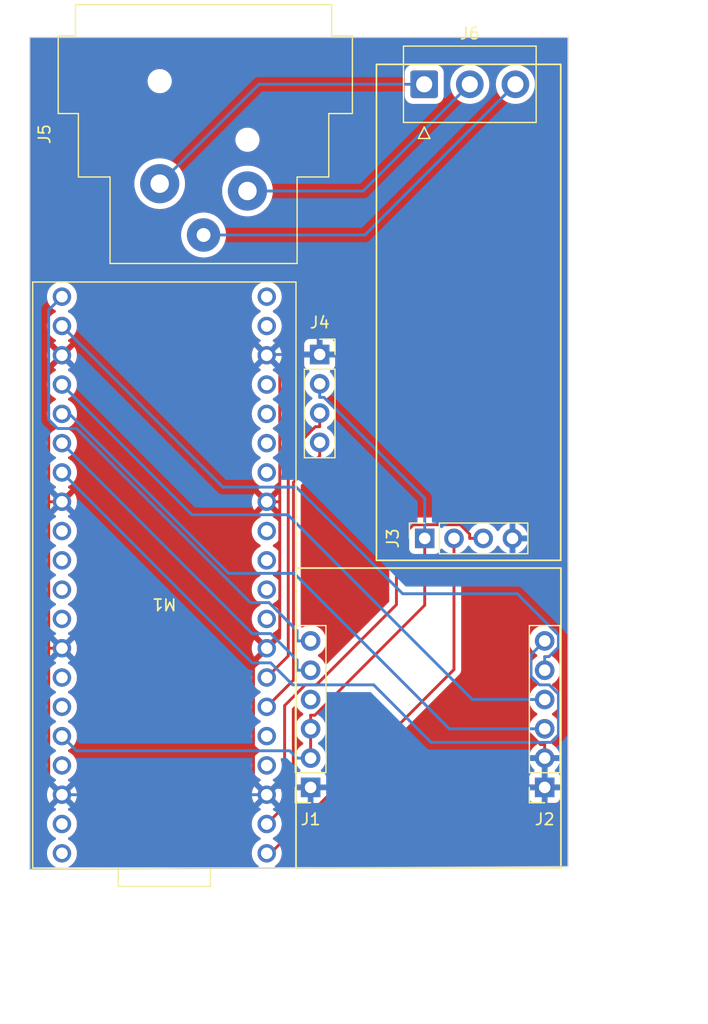
<source format=kicad_pcb>
(kicad_pcb (version 20221018) (generator pcbnew)
  (layers (0 "F.Cu" signal) (31 "B.Cu" signal) (34 "B.Paste" user) (35 "F.Paste" user) (36 "B.SilkS" user "B.Silkscreen") (37 "F.SilkS" user "F.Silkscreen") (38 "B.Mask" user) (39 "F.Mask" user) (44 "Edge.Cuts" user))
  (net 0 "")
  (net 1 "GND")
  (net 2 "+3.3V")
  (net 4 "/RST")
  (net 5 "/MISO")
  (net 6 "/MOSI")
  (net 7 "/SCK")
  (net 8 "/CS")
  (net 9 "/INT")
  (net 10 "/TXD")
  (net 11 "/RXD")
  (net 12 "/SCL")
  (net 13 "/SDA")
  (net 14 "/A+")
  (net 15 "/B-")
  (net 16 "/DMX-GND")
  (footprint "Connector_PinSocket_2.54mm:PinSocket_1x04_P2.54mm_Vertical" (layer "F.Cu") (at 120.396 111.76 90)
    (fp_text reference "J3" (at 0 -2.77 90) (layer "F.SilkS"))
    (fp_text value "DMX adapter")
    (fp_line (start -1.33 1.27) (end -1.33 8.95) (stroke (width 0.12)) (layer "F.SilkS"))
    (fp_line (start -1.33 1.27) (end 1.33 1.27) (stroke (width 0.12)) (layer "F.SilkS"))
    (fp_line (start -1.33 8.95) (end 1.33 8.95) (stroke (width 0.12)) (layer "F.SilkS"))
    (fp_line (start 0 -1.33) (end 1.33 -1.33) (stroke (width 0.12)) (layer "F.SilkS"))
    (fp_line (start 1.33 -1.33) (end 1.33 0) (stroke (width 0.12)) (layer "F.SilkS"))
    (fp_line (start 1.33 1.27) (end 1.33 8.95) (stroke (width 0.12)) (layer "F.SilkS"))
    (pad "1" thru_hole rect (at 0 0 90) (size 1.7 1.7) (drill 1) (layers "*.Cu" "*.Mask") (net 2 "+3.3V"))
    (pad "2" thru_hole oval (at 0 2.54 90) (size 1.7 1.7) (drill 1) (layers "*.Cu" "*.Mask") (net 10 "/TXD"))
    (pad "3" thru_hole oval (at 0 5.08 90) (size 1.7 1.7) (drill 1) (layers "*.Cu" "*.Mask") (net 11 "/RXD"))
    (pad "4" thru_hole oval (at 0 7.62 90) (size 1.7 1.7) (drill 1) (layers "*.Cu" "*.Mask") (net 1 "GND"))
  )
  (footprint "Connectors_Audio:Jack_XLR_Neutrik_NC3FAH_Horizontal" (layer "F.Cu") (at 97.386 81.008 90)
    (fp_text reference "J5" (at 4.3 -10 90) (layer "F.SilkS"))
    (fp_text value "DMX")
    (fp_line (start -6.92 -4.31) (end -6.92 11.93) (stroke (width 0.12)) (layer "F.SilkS"))
    (fp_line (start 0.58 -7.06) (end 0.58 -4.31) (stroke (width 0.12)) (layer "F.SilkS"))
    (fp_line (start 0.58 -4.31) (end -6.92 -4.31) (stroke (width 0.12)) (layer "F.SilkS"))
    (fp_line (start 0.58 11.93) (end -6.92 11.93) (stroke (width 0.12)) (layer "F.SilkS"))
    (fp_line (start 0.58 11.93) (end 0.58 14.68) (stroke (width 0.12)) (layer "F.SilkS"))
    (fp_line (start 6.08 -7.06) (end 0.58 -7.06) (stroke (width 0.12)) (layer "F.SilkS"))
    (fp_line (start 6.08 -7.06) (end 6.08 -8.81) (stroke (width 0.12)) (layer "F.SilkS"))
    (fp_line (start 6.08 14.68) (end 0.58 14.68) (stroke (width 0.12)) (layer "F.SilkS"))
    (fp_line (start 6.08 16.73) (end 6.08 14.68) (stroke (width 0.12)) (layer "F.SilkS"))
    (fp_line (start 12.82 -8.81) (end 6.08 -8.81) (stroke (width 0.12)) (layer "F.SilkS"))
    (fp_line (start 12.82 -8.81) (end 12.82 -7.31) (stroke (width 0.12)) (layer "F.SilkS"))
    (fp_line (start 12.82 -7.31) (end 15.52 -7.31) (stroke (width 0.12)) (layer "F.SilkS"))
    (fp_line (start 12.82 14.93) (end 12.82 16.73) (stroke (width 0.12)) (layer "F.SilkS"))
    (fp_line (start 12.82 14.93) (end 15.52 14.93) (stroke (width 0.12)) (layer "F.SilkS"))
    (fp_line (start 12.82 16.73) (end 6.08 16.73) (stroke (width 0.12)) (layer "F.SilkS"))
    (fp_line (start 15.52 -7.31) (end 15.52 14.93) (stroke (width 0.12)) (layer "F.SilkS"))
    (pad "" np_thru_hole circle (at 3.81 7.62 90) (size 1.6 1.6) (drill 1.6) (layers "*.Cu" "*.Mask"))
    (pad "" np_thru_hole circle (at 8.89 0 90) (size 1.6 1.6) (drill 1.6) (layers "*.Cu" "*.Mask"))
    (pad "1" thru_hole circle (at 0 0 90) (size 3.4 3.4) (drill 1.6) (layers "*.Cu" "*.Mask") (net 14 "/A+"))
    (pad "2" thru_hole circle (at -0.635 7.62 90) (size 3.4 3.4) (drill 1.6) (layers "*.Cu" "*.Mask") (net 15 "/B-"))
    (pad "3" thru_hole circle (at -4.45 3.81 90) (size 2.9 2.9) (drill 1.2) (layers "*.Cu" "*.Mask") (net 16 "/DMX-GND"))
  )
  (footprint "Connector_PinSocket_2.54mm:PinSocket_1x04_P2.54mm_Vertical" (layer "F.Cu") (at 111.277 95.8188)
    (fp_text reference "J4" (at 0 -2.77) (layer "F.SilkS"))
    (fp_text value "OLED")
    (fp_line (start -1.33 1.27) (end -1.33 8.95) (stroke (width 0.12)) (layer "F.SilkS"))
    (fp_line (start -1.33 1.27) (end 1.33 1.27) (stroke (width 0.12)) (layer "F.SilkS"))
    (fp_line (start -1.33 8.95) (end 1.33 8.95) (stroke (width 0.12)) (layer "F.SilkS"))
    (fp_line (start 0 -1.33) (end 1.33 -1.33) (stroke (width 0.12)) (layer "F.SilkS"))
    (fp_line (start 1.33 -1.33) (end 1.33 0) (stroke (width 0.12)) (layer "F.SilkS"))
    (fp_line (start 1.33 1.27) (end 1.33 8.95) (stroke (width 0.12)) (layer "F.SilkS"))
    (pad "1" thru_hole rect (at 0 0) (size 1.7 1.7) (drill 1) (layers "*.Cu" "*.Mask") (net 1 "GND"))
    (pad "2" thru_hole oval (at 0 2.54) (size 1.7 1.7) (drill 1) (layers "*.Cu" "*.Mask") (net 2 "+3.3V"))
    (pad "3" thru_hole oval (at 0 5.08) (size 1.7 1.7) (drill 1) (layers "*.Cu" "*.Mask") (net 12 "/SCL"))
    (pad "4" thru_hole oval (at 0 7.62) (size 1.7 1.7) (drill 1) (layers "*.Cu" "*.Mask") (net 13 "/SDA"))
  )
  (footprint "Connector_PinSocket_2.54mm:PinSocket_1x06_P2.54mm_Vertical" (layer "F.Cu") (at 130.81 133.35 180)
    (fp_text reference "J2" (at 0 -2.77) (layer "F.SilkS"))
    (fp_text value "WS5500 lite")
    (fp_line (start -1.33 1.27) (end -1.33 14.03) (stroke (width 0.12)) (layer "F.SilkS"))
    (fp_line (start -1.33 1.27) (end 1.33 1.27) (stroke (width 0.12)) (layer "F.SilkS"))
    (fp_line (start -1.33 14.03) (end 1.33 14.03) (stroke (width 0.12)) (layer "F.SilkS"))
    (fp_line (start 0 -1.33) (end 1.33 -1.33) (stroke (width 0.12)) (layer "F.SilkS"))
    (fp_line (start 1.33 -1.33) (end 1.33 0) (stroke (width 0.12)) (layer "F.SilkS"))
    (fp_line (start 1.33 1.27) (end 1.33 14.03) (stroke (width 0.12)) (layer "F.SilkS"))
    (pad "1" thru_hole rect (at 0 0 180) (size 1.7 1.7) (drill 1) (layers "*.Cu" "*.Mask") (net 1 "GND"))
    (pad "2" thru_hole oval (at 0 2.54 180) (size 1.7 1.7) (drill 1) (layers "*.Cu" "*.Mask") (net 1 "GND"))
    (pad "3" thru_hole oval (at 0 5.08 180) (size 1.7 1.7) (drill 1) (layers "*.Cu" "*.Mask") (net 6 "/MOSI"))
    (pad "4" thru_hole oval (at 0 7.62 180) (size 1.7 1.7) (drill 1) (layers "*.Cu" "*.Mask") (net 7 "/SCK"))
    (pad "5" thru_hole oval (at 0 10.16 180) (size 1.7 1.7) (drill 1) (layers "*.Cu" "*.Mask") (net 8 "/CS"))
    (pad "6" thru_hole oval (at 0 12.7 180) (size 1.7 1.7) (drill 1) (layers "*.Cu" "*.Mask") (net 9 "/INT"))
  )
  (footprint "Connector_TE-Connectivity:TE_826576-3_1x03_P3.96mm_Vertical" (layer "F.Cu") (at 120.35 72.39)
    (fp_text reference "J6" (at 3.96 -4.4) (layer "F.SilkS"))
    (fp_text value "DMX")
    (fp_line (start -1.8 -3.31) (end -1.8 3.31) (stroke (width 0.12)) (layer "F.SilkS"))
    (fp_line (start -1.8 3.31) (end 3.96 3.31) (stroke (width 0.12)) (layer "F.SilkS"))
    (fp_line (start -0.5 4.7) (end 0 3.7) (stroke (width 0.12)) (layer "F.SilkS"))
    (fp_line (start 0 3.7) (end 0.5 4.7) (stroke (width 0.12)) (layer "F.SilkS"))
    (fp_line (start 0.5 4.7) (end -0.5 4.7) (stroke (width 0.12)) (layer "F.SilkS"))
    (fp_line (start 3.96 -3.31) (end -1.8 -3.31) (stroke (width 0.12)) (layer "F.SilkS"))
    (fp_line (start 3.96 -3.31) (end 9.72 -3.31) (stroke (width 0.12)) (layer "F.SilkS"))
    (fp_line (start 9.72 -3.31) (end 9.72 3.31) (stroke (width 0.12)) (layer "F.SilkS"))
    (fp_line (start 9.72 3.31) (end 3.96 3.31) (stroke (width 0.12)) (layer "F.SilkS"))
    (pad "1" thru_hole roundrect (at 0 0) (size 2.4 2.4) (drill 1.4) (layers "*.Cu" "*.Mask") (roundrect_rratio 0.104167) (net 14 "/A+"))
    (pad "2" thru_hole circle (at 3.96 0) (size 2.4 2.4) (drill 1.4) (layers "*.Cu" "*.Mask") (net 15 "/B-"))
    (pad "3" thru_hole circle (at 7.92 0) (size 2.4 2.4) (drill 1.4) (layers "*.Cu" "*.Mask") (net 16 "/DMX-GND"))
  )
  (footprint "fab:RaspberryPi_PicoW_SocketTHT" (layer "F.Cu") (at 97.79 114.935 180)
    (fp_text reference "M1" (at 0.0025 -2.54 180 unlocked) (layer "F.SilkS"))
    (fp_text value "Module_RaspberryPi_PicoW_SocketTHT")
    (fp_line (start -11.43 -25.4) (end -11.43 25.4) (stroke (width 0.12)) (layer "F.SilkS"))
    (fp_line (start -11.43 25.4) (end -11.43 25.4) (stroke (width 0.12)) (layer "F.SilkS"))
    (fp_line (start -11.43 25.4) (end 11.43 25.4) (stroke (width 0.12)) (layer "F.SilkS"))
    (fp_line (start -4 -27) (end 4 -27) (stroke (width 0.12)) (layer "F.SilkS"))
    (fp_line (start -4 -25.4) (end -4 -27) (stroke (width 0.12)) (layer "F.SilkS"))
    (fp_line (start 4 -27) (end 4 -25.4) (stroke (width 0.12)) (layer "F.SilkS"))
    (fp_line (start 8.89 -25.4) (end -11.43 -25.4) (stroke (width 0.12)) (layer "F.SilkS"))
    (fp_line (start 11.43 -25.4) (end 8.89 -25.4) (stroke (width 0.12)) (layer "F.SilkS"))
    (fp_line (start 11.43 25.4) (end 11.43 -25.4) (stroke (width 0.12)) (layer "F.SilkS"))
    (fp_line (start 11.43 25.4) (end 11.43 25.4) (stroke (width 0.12)) (layer "F.SilkS"))
    (pad "1" thru_hole circle (at -8.89 -24.13 180) (size 1.6 1.6) (drill 1) (layers "*.Cu" "*.Mask") (net 10 "/TXD"))
    (pad "2" thru_hole circle (at -8.89 -21.59 180) (size 1.6 1.6) (drill 1) (layers "*.Cu" "*.Mask") (net 11 "/RXD"))
    (pad "3" thru_hole circle (at -8.89 -19.05 180) (size 1.6 1.6) (drill 1) (layers "*.Cu" "*.Mask") (net 1 "GND"))
    (pad "4" thru_hole circle (at -8.89 -16.51 180) (size 1.6 1.6) (drill 1) (layers "*.Cu" "*.Mask"))
    (pad "5" thru_hole circle (at -8.89 -13.97 180) (size 1.6 1.6) (drill 1) (layers "*.Cu" "*.Mask"))
    (pad "6" thru_hole circle (at -8.89 -11.43 180) (size 1.6 1.6) (drill 1) (layers "*.Cu" "*.Mask") (net 13 "/SDA"))
    (pad "7" thru_hole circle (at -8.89 -8.89 180) (size 1.6 1.6) (drill 1) (layers "*.Cu" "*.Mask") (net 12 "/SCL"))
    (pad "8" thru_hole circle (at -8.89 -6.35 180) (size 1.6 1.6) (drill 1) (layers "*.Cu" "*.Mask") (net 1 "GND"))
    (pad "9" thru_hole circle (at -8.89 -3.81 180) (size 1.6 1.6) (drill 1) (layers "*.Cu" "*.Mask"))
    (pad "10" thru_hole circle (at -8.89 -1.27 180) (size 1.6 1.6) (drill 1) (layers "*.Cu" "*.Mask"))
    (pad "11" thru_hole circle (at -8.89 1.27 180) (size 1.6 1.6) (drill 1) (layers "*.Cu" "*.Mask"))
    (pad "12" thru_hole circle (at -8.89 3.81 180) (size 1.6 1.6) (drill 1) (layers "*.Cu" "*.Mask"))
    (pad "13" thru_hole circle (at -8.89 6.35 180) (size 1.6 1.6) (drill 1) (layers "*.Cu" "*.Mask") (net 1 "GND"))
    (pad "14" thru_hole circle (at -8.89 8.89 180) (size 1.6 1.6) (drill 1) (layers "*.Cu" "*.Mask"))
    (pad "15" thru_hole circle (at -8.89 11.43 180) (size 1.6 1.6) (drill 1) (layers "*.Cu" "*.Mask"))
    (pad "16" thru_hole circle (at -8.89 13.97 180) (size 1.6 1.6) (drill 1) (layers "*.Cu" "*.Mask"))
    (pad "17" thru_hole circle (at -8.89 16.51 180) (size 1.6 1.6) (drill 1) (layers "*.Cu" "*.Mask"))
    (pad "18" thru_hole circle (at -8.89 19.05 180) (size 1.6 1.6) (drill 1) (layers "*.Cu" "*.Mask") (net 1 "GND"))
    (pad "19" thru_hole circle (at -8.89 21.59 180) (size 1.6 1.6) (drill 1) (layers "*.Cu" "*.Mask"))
    (pad "20" thru_hole circle (at -8.89 24.13 180) (size 1.6 1.6) (drill 1) (layers "*.Cu" "*.Mask"))
    (pad "21" thru_hole circle (at 8.89 24.13 180) (size 1.6 1.6) (drill 1) (layers "*.Cu" "*.Mask") (net 5 "/MISO"))
    (pad "22" thru_hole circle (at 8.89 21.59 180) (size 1.6 1.6) (drill 1) (layers "*.Cu" "*.Mask") (net 8 "/CS"))
    (pad "23" thru_hole circle (at 8.89 19.05 180) (size 1.6 1.6) (drill 1) (layers "*.Cu" "*.Mask") (net 1 "GND"))
    (pad "24" thru_hole circle (at 8.89 16.51 180) (size 1.6 1.6) (drill 1) (layers "*.Cu" "*.Mask") (net 7 "/SCK"))
    (pad "25" thru_hole circle (at 8.89 13.97 180) (size 1.6 1.6) (drill 1) (layers "*.Cu" "*.Mask") (net 6 "/MOSI"))
    (pad "26" thru_hole circle (at 8.89 11.43 180) (size 1.6 1.6) (drill 1) (layers "*.Cu" "*.Mask") (net 4 "/RST"))
    (pad "27" thru_hole circle (at 8.89 8.89 180) (size 1.6 1.6) (drill 1) (layers "*.Cu" "*.Mask") (net 9 "/INT"))
    (pad "28" thru_hole circle (at 8.89 6.35 180) (size 1.6 1.6) (drill 1) (layers "*.Cu" "*.Mask") (net 1 "GND"))
    (pad "29" thru_hole circle (at 8.89 3.81 180) (size 1.6 1.6) (drill 1) (layers "*.Cu" "*.Mask"))
    (pad "30" thru_hole circle (at 8.89 1.27 180) (size 1.6 1.6) (drill 1) (layers "*.Cu" "*.Mask"))
    (pad "31" thru_hole circle (at 8.89 -1.27 180) (size 1.6 1.6) (drill 1) (layers "*.Cu" "*.Mask"))
    (pad "32" thru_hole circle (at 8.89 -3.81 180) (size 1.6 1.6) (drill 1) (layers "*.Cu" "*.Mask"))
    (pad "33" thru_hole circle (at 8.89 -6.35 180) (size 1.6 1.6) (drill 1) (layers "*.Cu" "*.Mask") (net 1 "GND"))
    (pad "34" thru_hole circle (at 8.89 -8.89 180) (size 1.6 1.6) (drill 1) (layers "*.Cu" "*.Mask"))
    (pad "35" thru_hole circle (at 8.89 -11.43 180) (size 1.6 1.6) (drill 1) (layers "*.Cu" "*.Mask"))
    (pad "36" thru_hole circle (at 8.89 -13.97 180) (size 1.6 1.6) (drill 1) (layers "*.Cu" "*.Mask") (net 2 "+3.3V"))
    (pad "37" thru_hole circle (at 8.89 -16.51 180) (size 1.6 1.6) (drill 1) (layers "*.Cu" "*.Mask"))
    (pad "38" thru_hole circle (at 8.89 -19.05 180) (size 1.6 1.6) (drill 1) (layers "*.Cu" "*.Mask") (net 1 "GND"))
    (pad "39" thru_hole circle (at 8.89 -21.59 180) (size 1.6 1.6) (drill 1) (layers "*.Cu" "*.Mask"))
    (pad "40" thru_hole circle (at 8.89 -24.13 180) (size 1.6 1.6) (drill 1) (layers "*.Cu" "*.Mask"))
  )
  (footprint "Connector_PinSocket_2.54mm:PinSocket_1x06_P2.54mm_Vertical" (layer "F.Cu") (at 110.49 133.35 180)
    (fp_text reference "J1" (at 0 -2.77) (layer "F.SilkS"))
    (fp_text value "WS5500 (left)")
    (fp_line (start -1.33 1.27) (end -1.33 14.03) (stroke (width 0.12)) (layer "F.SilkS"))
    (fp_line (start -1.33 1.27) (end 1.33 1.27) (stroke (width 0.12)) (layer "F.SilkS"))
    (fp_line (start -1.33 14.03) (end 1.33 14.03) (stroke (width 0.12)) (layer "F.SilkS"))
    (fp_line (start 0 -1.33) (end 1.33 -1.33) (stroke (width 0.12)) (layer "F.SilkS"))
    (fp_line (start 1.33 -1.33) (end 1.33 0) (stroke (width 0.12)) (layer "F.SilkS"))
    (fp_line (start 1.33 1.27) (end 1.33 14.03) (stroke (width 0.12)) (layer "F.SilkS"))
    (pad "1" thru_hole rect (at 0 0 180) (size 1.7 1.7) (drill 1) (layers "*.Cu" "*.Mask") (net 1 "GND"))
    (pad "2" thru_hole oval (at 0 2.54 180) (size 1.7 1.7) (drill 1) (layers "*.Cu" "*.Mask") (net 2 "+3.3V"))
    (pad "3" thru_hole oval (at 0 5.08 180) (size 1.7 1.7) (drill 1) (layers "*.Cu" "*.Mask") (net 2 "+3.3V"))
    (pad "4" thru_hole oval (at 0 7.62 180) (size 1.7 1.7) (drill 1) (layers "*.Cu" "*.Mask"))
    (pad "5" thru_hole oval (at 0 10.16 180) (size 1.7 1.7) (drill 1) (layers "*.Cu" "*.Mask") (net 4 "/RST"))
    (pad "6" thru_hole oval (at 0 12.7 180) (size 1.7 1.7) (drill 1) (layers "*.Cu" "*.Mask") (net 5 "/MISO"))
  )
  (gr_line (start 116.205 113.665) (end 116.205 70.665) (stroke (width 0.15)) (layer "F.SilkS"))
  (gr_line (start 109.22 140.335) (end 109.22 114.335) (stroke (width 0.15)) (layer "F.SilkS"))
  (gr_line (start 109.22 114.335) (end 132.22 114.335) (stroke (width 0.15)) (layer "F.SilkS"))
  (gr_line (start 132.22 114.335) (end 132.22 140.335) (stroke (width 0.15)) (layer "F.SilkS"))
  (gr_line (start 132.22 140.335) (end 109.22 140.335) (stroke (width 0.15)) (layer "F.SilkS"))
  (gr_line (start 132.205 113.665) (end 116.205 113.665) (stroke (width 0.15)) (layer "F.SilkS"))
  (gr_line (start 132.205 70.665) (end 132.205 113.665) (stroke (width 0.15)) (layer "F.SilkS"))
  (gr_line (start 116.205 70.665) (end 132.205 70.665) (stroke (width 0.15)) (layer "F.SilkS"))
  (gr_line (start 86.106 140.462) (end 132.842 140.208) (stroke (width 0.1)) (layer "Edge.Cuts"))
  (gr_line (start 132.842 140.208) (end 132.842 68.326) (stroke (width 0.1)) (layer "Edge.Cuts"))
  (gr_line (start 132.842 68.326) (end 86.106 68.326) (stroke (width 0.1)) (layer "Edge.Cuts"))
  (gr_line (start 86.106 68.326) (end 86.106 140.462) (stroke (width 0.1)) (layer "Edge.Cuts"))
  (segment (start 105.531 132.836) (end 106.68 133.985) (width 0.25) (layer "F.Cu") (net 1))
  (segment (start 130.81 130.81) (end 130.81 129.633) (width 0.25) (layer "F.Cu") (net 1))
  (segment (start 105.531 122.434) (end 105.531 132.836) (width 0.25) (layer "F.Cu") (net 1))
  (segment (start 106.68 121.285) (end 105.531 122.434) (width 0.25) (layer "F.Cu") (net 1))
  (segment (start 130.81 129.633) (end 130.444 129.633) (width 0.25) (layer "F.Cu") (net 1))
  (segment (start 107.813 97.0182) (end 107.813 108.585) (width 0.25) (layer "F.Cu") (net 1))
  (segment (start 87.7506 97.0344) (end 88.9 95.885) (width 0.25) (layer "F.Cu") (net 1))
  (segment (start 130.444 129.633) (end 128.016 127.205) (width 0.25) (layer "F.Cu") (net 1))
  (segment (start 87.7506 121.285) (end 87.7506 108.585) (width 0.25) (layer "F.Cu") (net 1))
  (segment (start 87.7506 121.285) (end 88.9 121.285) (width 0.25) (layer "F.Cu") (net 1))
  (segment (start 87.7506 108.585) (end 87.7506 97.0344) (width 0.25) (layer "F.Cu") (net 1))
  (segment (start 106.68 95.885) (end 107.813 97.0182) (width 0.25) (layer "F.Cu") (net 1))
  (segment (start 107.813 120.152) (end 106.68 121.285) (width 0.25) (layer "F.Cu") (net 1))
  (segment (start 107.813 108.585) (end 107.813 120.152) (width 0.25) (layer "F.Cu") (net 1))
  (segment (start 128.016 127.205) (end 128.016 111.76) (width 0.25) (layer "F.Cu") (net 1))
  (segment (start 130.81 130.81) (end 130.81 133.35) (width 0.25) (layer "F.Cu") (net 1))
  (segment (start 87.7506 132.836) (end 87.7506 121.285) (width 0.25) (layer "F.Cu") (net 1))
  (segment (start 87.7506 108.585) (end 88.9 108.585) (width 0.25) (layer "F.Cu") (net 1))
  (segment (start 107.813 108.585) (end 106.68 108.585) (width 0.25) (layer "F.Cu") (net 1))
  (segment (start 88.9 133.985) (end 87.7506 132.836) (width 0.25) (layer "F.Cu") (net 1))
  (segment (start 130.81 133.35) (end 110.49 133.35) (width 0.25) (layer "B.Cu") (net 1))
  (segment (start 110.49 133.35) (end 107.315 133.35) (width 0.25) (layer "B.Cu") (net 1))
  (segment (start 107.315 133.35) (end 106.68 133.985) (width 0.25) (layer "B.Cu") (net 1))
  (segment (start 88.9 133.985) (end 106.68 133.985) (width 0.25) (layer "B.Cu") (net 1))
  (segment (start 111.277 95.8188) (end 106.746 95.8188) (width 0.25) (layer "B.Cu") (net 1))
  (segment (start 106.746 95.8188) (end 106.68 95.885) (width 0.25) (layer "B.Cu") (net 1))
  (segment (start 120.396 117.553) (end 120.396 111.76) (width 0.25) (layer "F.Cu") (net 2))
  (segment (start 110.49 127.093) (end 110.856 127.093) (width 0.25) (layer "F.Cu") (net 2))
  (segment (start 110.49 128.27) (end 110.49 127.093) (width 0.25) (layer "F.Cu") (net 2))
  (segment (start 110.49 128.27) (end 110.49 130.81) (width 0.25) (layer "F.Cu") (net 2))
  (segment (start 110.856 127.093) (end 120.396 117.553) (width 0.25) (layer "F.Cu") (net 2))
  (segment (start 90.17 130.175) (end 88.9 128.905) (width 0.25) (layer "B.Cu") (net 2))
  (segment (start 111.277 99.5357) (end 111.643 99.5357) (width 0.25) (layer "B.Cu") (net 2))
  (segment (start 108.678 130.175) (end 90.17 130.175) (width 0.25) (layer "B.Cu") (net 2))
  (segment (start 120.396 108.289) (end 120.396 111.76) (width 0.25) (layer "B.Cu") (net 2))
  (segment (start 111.643 99.5357) (end 120.396 108.289) (width 0.25) (layer "B.Cu") (net 2))
  (segment (start 109.313 130.81) (end 108.678 130.175) (width 0.25) (layer "B.Cu") (net 2))
  (segment (start 111.277 98.3588) (end 111.277 99.5357) (width 0.25) (layer "B.Cu") (net 2))
  (segment (start 110.49 130.81) (end 109.313 130.81) (width 0.25) (layer "B.Cu") (net 2))
  (segment (start 88.9 103.505) (end 105.41 120.015) (width 0.25) (layer "B.Cu") (net 4))
  (segment (start 109.313 123.19) (end 110.49 123.19) (width 0.25) (layer "B.Cu") (net 4))
  (segment (start 109.313 122.307) (end 109.313 123.19) (width 0.25) (layer "B.Cu") (net 4))
  (segment (start 105.41 120.015) (end 107.021 120.015) (width 0.25) (layer "B.Cu") (net 4))
  (segment (start 107.021 120.015) (end 109.313 122.307) (width 0.25) (layer "B.Cu") (net 4))
  (segment (start 110.49 120.65) (end 109.313 120.65) (width 0.25) (layer "B.Cu") (net 5))
  (segment (start 109.313 120.65) (end 109.313 119.767) (width 0.25) (layer "B.Cu") (net 5))
  (segment (start 88.5239 102.235) (end 87.745 101.456) (width 0.25) (layer "B.Cu") (net 5))
  (segment (start 105.269 117.332) (end 90.1722 102.235) (width 0.25) (layer "B.Cu") (net 5))
  (segment (start 87.745 101.456) (end 87.745 91.96) (width 0.25) (layer "B.Cu") (net 5))
  (segment (start 87.745 91.96) (end 88.9 90.805) (width 0.25) (layer "B.Cu") (net 5))
  (segment (start 109.313 119.767) (end 106.878 117.332) (width 0.25) (layer "B.Cu") (net 5))
  (segment (start 90.1722 102.235) (end 88.5239 102.235) (width 0.25) (layer "B.Cu") (net 5))
  (segment (start 106.878 117.332) (end 105.269 117.332) (width 0.25) (layer "B.Cu") (net 5))
  (segment (start 130.81 128.27) (end 122.536 128.27) (width 0.25) (layer "B.Cu") (net 6))
  (segment (start 122.536 128.27) (end 109.058 114.792) (width 0.25) (layer "B.Cu") (net 6))
  (segment (start 103.368 114.792) (end 89.5413 100.965) (width 0.25) (layer "B.Cu") (net 6))
  (segment (start 89.5413 100.965) (end 88.9 100.965) (width 0.25) (layer "B.Cu") (net 6))
  (segment (start 109.058 114.792) (end 103.368 114.792) (width 0.25) (layer "B.Cu") (net 6))
  (segment (start 100.187 109.712) (end 88.9 98.425) (width 0.25) (layer "B.Cu") (net 7))
  (segment (start 124.528 125.73) (end 108.51 109.712) (width 0.25) (layer "B.Cu") (net 7))
  (segment (start 108.51 109.712) (end 100.187 109.712) (width 0.25) (layer "B.Cu") (net 7))
  (segment (start 130.81 125.73) (end 124.528 125.73) (width 0.25) (layer "B.Cu") (net 7))
  (segment (start 102.87 107.315) (end 88.9 93.345) (width 0.25) (layer "B.Cu") (net 8))
  (segment (start 109.236 107.315) (end 102.87 107.315) (width 0.25) (layer "B.Cu") (net 8))
  (segment (start 128.43 116.561) (end 118.482 116.561) (width 0.25) (layer "B.Cu") (net 8))
  (segment (start 132.006 121.185) (end 132.006 120.136) (width 0.25) (layer "B.Cu") (net 8))
  (segment (start 131.178 122.013) (end 132.006 121.185) (width 0.25) (layer "B.Cu") (net 8))
  (segment (start 130.81 122.013) (end 131.178 122.013) (width 0.25) (layer "B.Cu") (net 8))
  (segment (start 132.006 120.136) (end 128.43 116.561) (width 0.25) (layer "B.Cu") (net 8))
  (segment (start 130.81 123.19) (end 130.81 122.013) (width 0.25) (layer "B.Cu") (net 8))
  (segment (start 118.482 116.561) (end 109.236 107.315) (width 0.25) (layer "B.Cu") (net 8))
  (segment (start 120.95 129.448) (end 131.351 129.448) (width 0.25) (layer "B.Cu") (net 9))
  (segment (start 131.212 124.46) (end 130.36 124.46) (width 0.25) (layer "B.Cu") (net 9))
  (segment (start 132.006 128.794) (end 132.006 125.254) (width 0.25) (layer "B.Cu") (net 9))
  (segment (start 129.627 123.727) (end 129.627 121.833) (width 0.25) (layer "B.Cu") (net 9))
  (segment (start 130.36 124.46) (end 129.627 123.727) (width 0.25) (layer "B.Cu") (net 9))
  (segment (start 129.627 121.833) (end 130.81 120.65) (width 0.25) (layer "B.Cu") (net 9))
  (segment (start 131.351 129.448) (end 132.006 128.794) (width 0.25) (layer "B.Cu") (net 9))
  (segment (start 108.933 124.46) (end 115.962 124.46) (width 0.25) (layer "B.Cu") (net 9))
  (segment (start 107.028 122.555) (end 108.933 124.46) (width 0.25) (layer "B.Cu") (net 9))
  (segment (start 105.41 122.555) (end 107.028 122.555) (width 0.25) (layer "B.Cu") (net 9))
  (segment (start 132.006 125.254) (end 131.212 124.46) (width 0.25) (layer "B.Cu") (net 9))
  (segment (start 115.962 124.46) (end 120.95 129.448) (width 0.25) (layer "B.Cu") (net 9))
  (segment (start 88.9 106.045) (end 105.41 122.555) (width 0.25) (layer "B.Cu") (net 9))
  (segment (start 122.936 111.76) (end 122.936 123.13) (width 0.25) (layer "F.Cu") (net 10))
  (segment (start 122.936 123.13) (end 107.002 139.065) (width 0.25) (layer "F.Cu") (net 10))
  (segment (start 107.002 139.065) (end 106.68 139.065) (width 0.25) (layer "F.Cu") (net 10))
  (segment (start 119.4151 110.5755) (end 123.4804 110.5755) (width 0.25) (layer "F.Cu") (net 11))
  (segment (start 110.0335 124.46) (end 110.9863 124.46) (width 0.25) (layer "F.Cu") (net 11))
  (segment (start 117.9403 117.506) (end 117.9403 112.0503) (width 0.25) (layer "F.Cu") (net 11))
  (segment (start 108.2321 134.9729) (end 108.2321 126.2614) (width 0.25) (layer "F.Cu") (net 11))
  (segment (start 106.68 136.525) (end 108.2321 134.9729) (width 0.25) (layer "F.Cu") (net 11))
  (segment (start 108.2321 126.2614) (end 110.0335 124.46) (width 0.25) (layer "F.Cu") (net 11))
  (segment (start 110.9863 124.46) (end 117.9403 117.506) (width 0.25) (layer "F.Cu") (net 11))
  (segment (start 123.4804 110.5755) (end 124.2991 111.3942) (width 0.25) (layer "F.Cu") (net 11))
  (segment (start 124.2991 111.3942) (end 124.2991 111.76) (width 0.25) (layer "F.Cu") (net 11))
  (segment (start 125.476 111.76) (end 124.2991 111.76) (width 0.25) (layer "F.Cu") (net 11))
  (segment (start 117.9403 112.0503) (end 119.4151 110.5755) (width 0.25) (layer "F.Cu") (net 11))
  (segment (start 108.548 121.957) (end 108.548 104.437) (width 0.25) (layer "F.Cu") (net 12))
  (segment (start 111.277 100.899) (end 111.277 100.8988) (width 0.25) (layer "F.Cu") (net 12))
  (segment (start 111.277 102.076) (end 111.277 100.899) (width 0.25) (layer "F.Cu") (net 12))
  (segment (start 106.68 123.825) (end 108.548 121.957) (width 0.25) (layer "F.Cu") (net 12))
  (segment (start 110.909 102.076) (end 111.277 102.076) (width 0.25) (layer "F.Cu") (net 12))
  (segment (start 108.548 104.437) (end 110.909 102.076) (width 0.25) (layer "F.Cu") (net 12))
  (segment (start 109 124.045) (end 109 106.893) (width 0.25) (layer "F.Cu") (net 13))
  (segment (start 109 106.893) (end 111.277 104.616) (width 0.25) (layer "F.Cu") (net 13))
  (segment (start 111.277 103.439) (end 111.277 103.4388) (width 0.25) (layer "F.Cu") (net 13))
  (segment (start 111.277 104.616) (end 111.277 103.439) (width 0.25) (layer "F.Cu") (net 13))
  (segment (start 106.68 126.365) (end 109 124.045) (width 0.25) (layer "F.Cu") (net 13))
  (segment (start 106.004 72.39) (end 97.386 81.008) (width 0.25) (layer "B.Cu") (net 14))
  (segment (start 120.35 72.39) (end 106.004 72.39) (width 0.25) (layer "B.Cu") (net 14))
  (segment (start 115.057 81.643) (end 105.006 81.643) (width 0.25) (layer "B.Cu") (net 15))
  (segment (start 124.31 72.39) (end 115.057 81.643) (width 0.25) (layer "B.Cu") (net 15))
  (segment (start 128.27 72.39) (end 115.202 85.458) (width 0.25) (layer "B.Cu") (net 16))
  (segment (start 115.202 85.458) (end 101.196 85.458) (width 0.25) (layer "B.Cu") (net 16))
  (zone (net 1) (net_name "GND") (layers "F&B.Cu") (connect_pads (clearance 0.5)) (min_thickness 0.25) (fill yes (thermal_gap 0.5) (thermal_bridge_width 0.5))
    (polygon (pts (xy 132.842 68.326) (xy 86.106 68.326) (xy 86.106 140.462) (xy 132.842 140.462)))
  )
)
</source>
